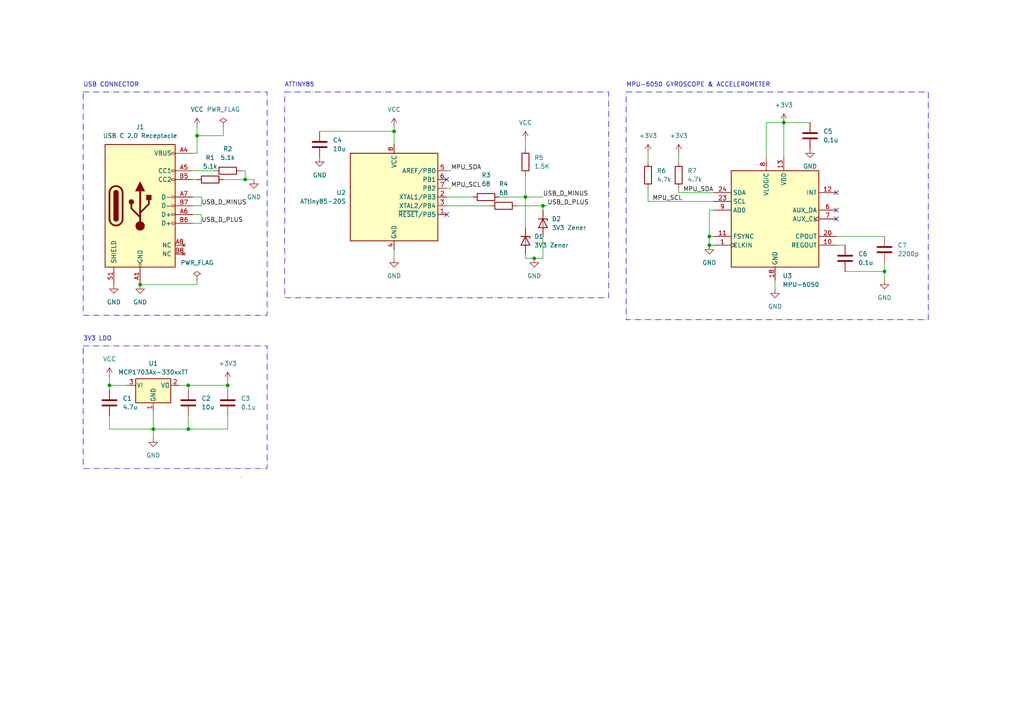
<source format=kicad_sch>
(kicad_sch (version 20231120) (generator "eeschema") (generator_version "8.0")
  (paper "A4")
  (title_block (title "GyroScreen Board") (date "2024-03-17") (rev "2.0") (company "Eric Roy Almonacid") (comment 1 "EPSEM - UPC Manresa") (comment 2 "Enginyeria de Sistemes TIC") (comment 3 "Treball de Fi de Grau"))
  (lib_symbols
    (symbol "Connector:USB_C_Receptacle_USB2.0_14P" (pin_names (offset 1.016))
      (property "Reference" "J1" (at 0 22.86 0))
      (property "Value" "USB C 2.0 Receptacle" (at 0 20.32 0))
      (symbol "USB_C_Receptacle_USB2.0_14P_0_0"
        (rectangle (start -0.254 -17.78) (end 0.254 -16.764))
        (rectangle (start 10.16 -4.826) (end 9.144 -5.334))
        (rectangle (start 10.16 -2.286) (end 9.144 -2.794))
        (rectangle (start 10.16 0.254) (end 9.144 -0.254))
        (rectangle (start 10.16 2.794) (end 9.144 2.286))
        (rectangle (start 10.16 7.874) (end 9.144 7.366))
        (rectangle (start 10.16 10.414) (end 9.144 9.906))
        (rectangle (start 10.16 15.494) (end 9.144 14.986))
      )
      (symbol "USB_C_Receptacle_USB2.0_14P_0_1"
        (rectangle (start -10.16 17.78) (end 10.16 -17.78) (stroke (width 0.254)) (fill (type background)))
        (arc (start -8.89 -3.81) (mid -6.985 -5.7067) (end -5.08 -3.81) (stroke (width 0.508)))
        (arc (start -7.62 -3.81) (mid -6.985 -4.4423) (end -6.35 -3.81) (stroke (width 0.254)))
        (arc (start -7.62 -3.81) (mid -6.985 -4.4423) (end -6.35 -3.81) (stroke (width 0.254)) (fill (type outline)))
        (rectangle (start -7.62 -3.81) (end -6.35 3.81) (stroke (width 0.254)) (fill (type outline)))
        (arc (start -6.35 3.81) (mid -6.985 4.4423) (end -7.62 3.81) (stroke (width 0.254)))
        (arc (start -6.35 3.81) (mid -6.985 4.4423) (end -7.62 3.81) (stroke (width 0.254)) (fill (type outline)))
        (arc (start -5.08 3.81) (mid -6.985 5.7067) (end -8.89 3.81) (stroke (width 0.508)))
        (circle (center -2.54 1.143) (radius 0.635) (stroke (width 0.254)) (fill (type outline)))
        (circle (center 0 -5.842) (radius 1.27) (fill (type outline)))
        (polyline (pts (xy -8.89 -3.81) (xy -8.89 3.81)) (stroke (width 0.508)))
        (polyline (pts (xy -5.08 3.81) (xy -5.08 -3.81)) (stroke (width 0.508)))
        (polyline (pts (xy 0 -5.842) (xy 0 4.318)) (stroke (width 0.508)))
        (polyline (pts (xy 0 -3.302) (xy -2.54 -0.762) (xy -2.54 0.508)) (stroke (width 0.508)))
        (polyline (pts (xy 0 -2.032) (xy 2.54 0.508) (xy 2.54 1.778)) (stroke (width 0.508)))
        (polyline (pts (xy -1.27 4.318) (xy 0 6.858) (xy 1.27 4.318) (xy -1.27 4.318)) (stroke (width 0.254)) (fill (type outline)))
        (rectangle (start 1.905 1.778) (end 3.175 3.048) (stroke (width 0.254)) (fill (type outline)))
      )
      (symbol "USB_C_Receptacle_USB2.0_14P_1_1"
        (pin passive line (at 0 -22.86 90) (length 5.08) (name "GND") (number "A1"))
        (pin passive line (at 0 -22.86 90) (length 5.08) hide (name "GND") (number "A12"))
        (pin passive line (at 15.24 15.24 180) (length 5.08) (name "VBUS") (number "A4"))
        (pin bidirectional line (at 15.24 10.16 180) (length 5.08) (name "CC1") (number "A5"))
        (pin bidirectional line (at 15.24 -2.54 180) (length 5.08) (name "D+") (number "A6"))
        (pin bidirectional line (at 15.24 2.54 180) (length 5.08) (name "D-") (number "A7"))
        (pin no_connect line (at 12.7 -11.43 180) (length 2.54) (name "NC") (number "A8"))
        (pin passive line (at 15.24 15.24 180) (length 5.08) hide (name "VBUS") (number "A9"))
        (pin passive line (at 0 -22.86 90) (length 5.08) hide (name "GND") (number "B1"))
        (pin passive line (at 0 -22.86 90) (length 5.08) hide (name "GND") (number "B12"))
        (pin passive line (at 15.24 15.24 180) (length 5.08) hide (name "VBUS") (number "B4"))
        (pin bidirectional line (at 15.24 7.62 180) (length 5.08) (name "CC2") (number "B5"))
        (pin bidirectional line (at 15.24 -5.08 180) (length 5.08) (name "D+") (number "B6"))
        (pin bidirectional line (at 15.24 0 180) (length 5.08) (name "D-") (number "B7"))
        (pin no_connect line (at 12.7 -13.97 180) (length 2.54) (name "NC") (number "B8"))
        (pin passive line (at 15.24 15.24 180) (length 5.08) hide (name "VBUS") (number "B9"))
        (pin passive line (at -7.62 -22.86 90) (length 5.08) (name "SHIELD") (number "S1"))
      )
    )
    (symbol "Device:C" (pin_numbers hide) (pin_names (offset 0.254))
      (property "Reference" "C" (at 0.635 2.54 0))
      (property "Value" "C" (at 0.635 -2.54 0))
      (symbol "C_0_1"
        (polyline (pts (xy -2.032 -0.762) (xy 2.032 -0.762)) (stroke (width 0.508)))
        (polyline (pts (xy -2.032 0.762) (xy 2.032 0.762)) (stroke (width 0.508)))
      )
      (symbol "C_1_1"
        (pin passive line (at 0 3.81 270) (length 2.794) (name "~") (number "1"))
        (pin passive line (at 0 -3.81 90) (length 2.794) (name "~") (number "2"))
      )
    )
    (symbol "Device:D_Zener" (pin_numbers hide) (pin_names (offset 1.016) hide)
      (property "Reference" "D" (at 0 2.54 0))
      (property "Value" "D_Zener" (at 0 -2.54 0))
      (symbol "D_Zener_0_1"
        (polyline (pts (xy 1.27 0) (xy -1.27 0)))
        (polyline (pts (xy -1.27 -1.27) (xy -1.27 1.27) (xy -0.762 1.27)) (stroke (width 0.254)))
        (polyline (pts (xy 1.27 -1.27) (xy 1.27 1.27) (xy -1.27 0) (xy 1.27 -1.27)) (stroke (width 0.254)))
      )
      (symbol "D_Zener_1_1"
        (pin passive line (at -3.81 0 0) (length 2.54) (name "K") (number "1"))
        (pin passive line (at 3.81 0 180) (length 2.54) (name "A") (number "2"))
      )
    )
    (symbol "Device:R" (pin_numbers hide) (pin_names (offset 0))
      (property "Reference" "R" (at 2.032 0 90))
      (property "Value" "R" (at 0 0 90))
      (symbol "R_0_1"
        (rectangle (start -1.016 -2.54) (end 1.016 2.54) (stroke (width 0.254)))
      )
      (symbol "R_1_1"
        (pin passive line (at 0 3.81 270) (length 1.27) (name "~") (number "1"))
        (pin passive line (at 0 -3.81 90) (length 1.27) (name "~") (number "2"))
      )
    )
    (symbol "MCU_Microchip_ATtiny:ATtiny85-20S"
      (property "Reference" "U" (at -12.7 13.97 0))
      (property "Value" "ATtiny85-20S" (at 2.54 -13.97 0))
      (symbol "ATtiny85-20S_0_1"
        (rectangle (start -12.7 -12.7) (end 12.7 12.7) (stroke (width 0.254)) (fill (type background)))
      )
      (symbol "ATtiny85-20S_1_1"
        (pin bidirectional line (at 15.24 -5.08 180) (length 2.54) (name "~{RESET}/PB5") (number "1"))
        (pin bidirectional line (at 15.24 0 180) (length 2.54) (name "XTAL1/PB3") (number "2"))
        (pin bidirectional line (at 15.24 -2.54 180) (length 2.54) (name "XTAL2/PB4") (number "3"))
        (pin power_in line (at 0 -15.24 90) (length 2.54) (name "GND") (number "4"))
        (pin bidirectional line (at 15.24 7.62 180) (length 2.54) (name "AREF/PB0") (number "5"))
        (pin bidirectional line (at 15.24 5.08 180) (length 2.54) (name "PB1") (number "6"))
        (pin bidirectional line (at 15.24 2.54 180) (length 2.54) (name "PB2") (number "7"))
        (pin power_in line (at 0 15.24 270) (length 2.54) (name "VCC") (number "8"))
      )
    )
    (symbol "Regulator_Linear:MCP1703Ax-330xxTT" (pin_names (offset 0.254))
      (property "Reference" "U" (at -3.81 3.175 0))
      (property "Value" "MCP1703Ax-330xxTT" (at 0 3.175 0))
      (symbol "MCP1703Ax-330xxTT_0_1"
        (rectangle (start -5.08 -5.08) (end 5.08 1.905) (stroke (width 0.254)) (fill (type background)))
      )
      (symbol "MCP1703Ax-330xxTT_1_1"
        (pin power_in line (at 0 -7.62 90) (length 2.54) (name "GND") (number "1"))
        (pin power_out line (at 7.62 0 180) (length 2.54) (name "VO") (number "2"))
        (pin power_in line (at -7.62 0 0) (length 2.54) (name "VI") (number "3"))
      )
    )
    (symbol "Sensor_Motion:MPU-6050"
      (property "Reference" "U" (at -11.43 13.97 0))
      (property "Value" "MPU-6050" (at 7.62 -15.24 0))
      (symbol "MPU-6050_0_0"
        (text "" (at 12.7 -2.54 0) (effects (font (size 1.27 1.27))))
      )
      (symbol "MPU-6050_0_1"
        (rectangle (start -12.7 13.97) (end 12.7 -13.97) (stroke (width 0.254)) (fill (type background)))
      )
      (symbol "MPU-6050_1_1"
        (pin input clock (at -17.78 -7.62 0) (length 5.08) (name "CLKIN") (number "1"))
        (pin passive line (at 17.78 -7.62 180) (length 5.08) (name "REGOUT") (number "10"))
        (pin input line (at -17.78 -5.08 0) (length 5.08) (name "FSYNC") (number "11"))
        (pin output line (at 17.78 7.62 180) (length 5.08) (name "INT") (number "12"))
        (pin power_in line (at 2.54 17.78 270) (length 3.81) (name "VDD") (number "13"))
        (pin no_connect line (at -12.7 -10.16 0) (length 2.54) hide (name "NC") (number "14"))
        (pin no_connect line (at 12.7 12.7 180) (length 2.54) hide (name "NC") (number "15"))
        (pin no_connect line (at 12.7 10.16 180) (length 2.54) hide (name "NC") (number "16"))
        (pin no_connect line (at 12.7 5.08 180) (length 2.54) hide (name "NC") (number "17"))
        (pin power_in line (at 0 -17.78 90) (length 3.81) (name "GND") (number "18"))
        (pin no_connect line (at 12.7 -10.16 180) (length 2.54) hide (name "RESV") (number "19"))
        (pin no_connect line (at -12.7 12.7 0) (length 2.54) hide (name "NC") (number "2"))
        (pin passive line (at 17.78 -5.08 180) (length 5.08) (name "CPOUT") (number "20"))
        (pin no_connect line (at 12.7 -2.54 180) (length 2.54) hide (name "RESV") (number "21"))
        (pin no_connect line (at 12.7 -12.7 180) (length 2.54) hide (name "RESV") (number "22"))
        (pin input line (at -17.78 5.08 0) (length 5.08) (name "SCL") (number "23"))
        (pin bidirectional line (at -17.78 7.62 0) (length 5.08) (name "SDA") (number "24"))
        (pin no_connect line (at -12.7 10.16 0) (length 2.54) hide (name "NC") (number "3"))
        (pin no_connect line (at -12.7 0 0) (length 2.54) hide (name "NC") (number "4"))
        (pin no_connect line (at -12.7 -2.54 0) (length 2.54) hide (name "NC") (number "5"))
        (pin bidirectional line (at 17.78 2.54 180) (length 5.08) (name "AUX_DA") (number "6"))
        (pin output clock (at 17.78 0 180) (length 5.08) (name "AUX_CL") (number "7"))
        (pin power_in line (at -2.54 17.78 270) (length 3.81) (name "VLOGIC") (number "8"))
        (pin input line (at -17.78 2.54 0) (length 5.08) (name "AD0") (number "9"))
      )
    )
    (symbol "power:+3V3" (power) (pin_names (offset 0))
      (property "Value" "+3V3" (at 0 3.556 0))
      (symbol "+3V3_0_1"
        (polyline (pts (xy -0.762 1.27) (xy 0 2.54)))
        (polyline (pts (xy 0 0) (xy 0 2.54)))
        (polyline (pts (xy 0 2.54) (xy 0.762 1.27)))
      )
      (symbol "+3V3_1_1"
        (pin power_in line (at 0 0 90) (length 0) hide (name "+3V3") (number "1"))
      )
    )
    (symbol "power:GND" (power) (pin_names (offset 0))
      (property "Value" "GND" (at 0 -3.81 0))
      (symbol "GND_0_1"
        (polyline (pts (xy 0 0) (xy 0 -1.27) (xy 1.27 -1.27) (xy 0 -2.54) (xy -1.27 -1.27) (xy 0 -1.27)))
      )
      (symbol "GND_1_1"
        (pin power_in line (at 0 0 270) (length 0) hide (name "GND") (number "1"))
      )
    )
    (symbol "power:PWR_FLAG" (power) (pin_numbers hide) (pin_names (offset 0) hide)
      (property "Value" "PWR_FLAG" (at 0 3.81 0))
      (symbol "PWR_FLAG_0_0"
        (pin power_out line (at 0 0 90) (length 0) (name "pwr") (number "1"))
      )
      (symbol "PWR_FLAG_0_1"
        (polyline (pts (xy 0 0) (xy 0 1.27) (xy -1.016 1.905) (xy 0 2.54) (xy 1.016 1.905) (xy 0 1.27)))
      )
    )
    (symbol "power:VCC" (power) (pin_names (offset 0))
      (property "Value" "VCC" (at 0 3.81 0))
      (symbol "VCC_0_1"
        (polyline (pts (xy -0.762 1.27) (xy 0 2.54)))
        (polyline (pts (xy 0 0) (xy 0 2.54)))
        (polyline (pts (xy 0 2.54) (xy 0.762 1.27)))
      )
      (symbol "VCC_1_1"
        (pin power_in line (at 0 0 90) (length 0) hide (name "VCC") (number "1"))
      )
    )
  )
  (junction (at 205.74 71.12))
  (junction (at 157.48 59.69))
  (junction (at 66.04 111.76))
  (junction (at 57.15 39.37))
  (junction (at 205.74 68.58))
  (junction (at 154.94 74.93))
  (junction (at 152.4 57.15))
  (junction (at 114.3 38.1))
  (junction (at 31.75 111.76))
  (junction (at 44.45 124.46))
  (junction (at 227.33 35.56))
  (junction (at 54.61 111.76))
  (junction (at 256.54 78.74))
  (junction (at 71.12 52.07))
  (junction (at 40.64 82.55))
  (junction (at 54.61 124.46))
  (no_connect (at 242.57 55.88))
  (no_connect (at 129.54 62.23))
  (no_connect (at 242.57 63.5))
  (no_connect (at 242.57 60.96))
  (no_connect (at 129.54 52.07))
  (wire (pts (xy 58.42 64.77) (xy 58.42 62.23)))
  (wire (pts (xy 205.74 71.12) (xy 205.74 68.58)))
  (wire (pts (xy 144.78 57.15) (xy 152.4 57.15)))
  (wire (pts (xy 187.96 58.42) (xy 187.96 54.61)))
  (wire (pts (xy 55.88 57.15) (xy 58.42 57.15)))
  (wire (pts (xy 52.07 111.76) (xy 54.61 111.76)))
  (wire (pts (xy 149.86 59.69) (xy 157.48 59.69)))
  (wire (pts (xy 66.04 111.76) (xy 66.04 113.03)))
  (wire (pts (xy 57.15 81.28) (xy 57.15 82.55)))
  (wire (pts (xy 55.88 62.23) (xy 58.42 62.23)))
  (wire (pts (xy 157.48 59.69) (xy 157.48 60.96)))
  (wire (pts (xy 31.75 111.76) (xy 36.83 111.76)))
  (wire (pts (xy 129.54 57.15) (xy 137.16 57.15)))
  (wire (pts (xy 152.4 73.66) (xy 152.4 74.93)))
  (wire (pts (xy 205.74 71.12) (xy 207.01 71.12)))
  (wire (pts (xy 152.4 50.8) (xy 152.4 57.15)))
  (wire (pts (xy 57.15 39.37) (xy 57.15 44.45)))
  (wire (pts (xy 55.88 52.07) (xy 57.15 52.07)))
  (wire (pts (xy 207.01 58.42) (xy 187.96 58.42)))
  (wire (pts (xy 55.88 59.69) (xy 58.42 59.69)))
  (wire (pts (xy 256.54 81.28) (xy 256.54 78.74)))
  (wire (pts (xy 73.66 52.07) (xy 71.12 52.07)))
  (wire (pts (xy 187.96 44.45) (xy 187.96 46.99)))
  (wire (pts (xy 205.74 68.58) (xy 207.01 68.58)))
  (wire (pts (xy 54.61 124.46) (xy 66.04 124.46)))
  (wire (pts (xy 242.57 68.58) (xy 256.54 68.58)))
  (wire (pts (xy 44.45 119.38) (xy 44.45 124.46)))
  (wire (pts (xy 114.3 72.39) (xy 114.3 74.93)))
  (wire (pts (xy 157.48 68.58) (xy 157.48 74.93)))
  (wire (pts (xy 66.04 120.65) (xy 66.04 124.46)))
  (wire (pts (xy 129.54 49.53) (xy 130.81 49.53)))
  (wire (pts (xy 64.77 36.83) (xy 64.77 39.37)))
  (wire (pts (xy 157.48 59.69) (xy 158.75 59.69)))
  (wire (pts (xy 196.85 44.45) (xy 196.85 46.99)))
  (wire (pts (xy 242.57 71.12) (xy 245.11 71.12)))
  (wire (pts (xy 129.54 54.61) (xy 130.81 54.61)))
  (wire (pts (xy 222.25 35.56) (xy 227.33 35.56)))
  (wire (pts (xy 54.61 111.76) (xy 66.04 111.76)))
  (wire (pts (xy 54.61 111.76) (xy 54.61 113.03)))
  (wire (pts (xy 31.75 120.65) (xy 31.75 124.46)))
  (wire (pts (xy 55.88 64.77) (xy 58.42 64.77)))
  (wire (pts (xy 31.75 113.03) (xy 31.75 111.76)))
  (wire (pts (xy 152.4 57.15) (xy 152.4 66.04)))
  (wire (pts (xy 205.74 68.58) (xy 205.74 60.96)))
  (wire (pts (xy 207.01 55.88) (xy 196.85 55.88)))
  (wire (pts (xy 114.3 36.83) (xy 114.3 38.1)))
  (wire (pts (xy 245.11 78.74) (xy 256.54 78.74)))
  (wire (pts (xy 58.42 59.69) (xy 58.42 57.15)))
  (wire (pts (xy 54.61 120.65) (xy 54.61 124.46)))
  (wire (pts (xy 205.74 60.96) (xy 207.01 60.96)))
  (wire (pts (xy 55.88 49.53) (xy 62.23 49.53)))
  (wire (pts (xy 64.77 52.07) (xy 71.12 52.07)))
  (wire (pts (xy 31.75 124.46) (xy 44.45 124.46)))
  (wire (pts (xy 152.4 40.64) (xy 152.4 43.18)))
  (wire (pts (xy 66.04 110.49) (xy 66.04 111.76)))
  (wire (pts (xy 44.45 124.46) (xy 54.61 124.46)))
  (wire (pts (xy 69.85 49.53) (xy 71.12 49.53)))
  (wire (pts (xy 227.33 45.72) (xy 227.33 35.56)))
  (wire (pts (xy 114.3 38.1) (xy 114.3 41.91)))
  (wire (pts (xy 196.85 55.88) (xy 196.85 54.61)))
  (wire (pts (xy 57.15 36.83) (xy 57.15 39.37)))
  (wire (pts (xy 44.45 124.46) (xy 44.45 127)))
  (wire (pts (xy 64.77 39.37) (xy 57.15 39.37)))
  (wire (pts (xy 114.3 38.1) (xy 92.71 38.1)))
  (wire (pts (xy 57.15 82.55) (xy 40.64 82.55)))
  (wire (pts (xy 227.33 35.56) (xy 234.95 35.56)))
  (wire (pts (xy 152.4 74.93) (xy 154.94 74.93)))
  (wire (pts (xy 71.12 49.53) (xy 71.12 52.07)))
  (wire (pts (xy 31.75 109.22) (xy 31.75 111.76)))
  (wire (pts (xy 222.25 45.72) (xy 222.25 35.56)))
  (wire (pts (xy 152.4 57.15) (xy 157.48 57.15)))
  (wire (pts (xy 256.54 78.74) (xy 256.54 76.2)))
  (wire (pts (xy 157.48 74.93) (xy 154.94 74.93)))
  (wire (pts (xy 224.79 81.28) (xy 224.79 83.82)))
  (wire (pts (xy 57.15 44.45) (xy 55.88 44.45)))
  (wire (pts (xy 129.54 59.69) (xy 142.24 59.69)))
  (rectangle (start 82.55 26.67) (end 176.53 86.36) (stroke (width 0) (type dash_dot)))
  (rectangle (start 24.13 26.67) (end 77.47 91.44) (stroke (width 0) (type dash_dot)))
  (rectangle (start 24.13 100.33) (end 77.47 135.89) (stroke (width 0) (type dash_dot)))
  (rectangle (start 69.85 138.43) (end 69.85 138.43))
  (rectangle (start 181.61 26.67) (end 269.24 92.71) (stroke (width 0) (type dash_dot)))
  (text "MPU-6050 GYROSCOPE & ACCELEROMETER" (at 181.61 25.4 0) (effects (font (size 1.27 1.27)) (justify left bottom)))
  (text "USB CONNECTOR" (at 24.13 25.4 0) (effects (font (size 1.27 1.27)) (justify left bottom)))
  (text "ATTINY85" (at 82.55 25.4 0) (effects (font (size 1.27 1.27)) (justify left bottom)))
  (text "3V3 LDO" (at 24.13 99.06 0) (effects (font (size 1.27 1.27)) (justify left bottom)))
  (label "USB_D_MINUS" (at 58.42 59.69 0))
  (label "MPU_SCL" (at 189.23 58.42 0))
  (label "USB_D_PLUS" (at 158.75 59.69 0))
  (label "MPU_SDA" (at 198.12 55.88 0))
  (label "USB_D_MINUS" (at 157.48 57.15 0))
  (label "MPU_SCL" (at 130.81 54.61 0))
  (label "USB_D_PLUS" (at 58.42 64.77 0))
  (label "MPU_SDA" (at 130.81 49.53 0))
  (symbol (lib_id "Device:D_Zener") (at 157.48 64.77 270) (unit 1)
    (property "Reference" "D2" (at 160.02 63.4999 90) (effects (justify left)))
    (property "Value" "3V3 Zener" (at 160.02 66.0399 90) (effects (justify left)))
    (property "Footprint" "Diode_SMD:D_SOD-123F" (effects (hide yes)))
    (property "Description" "Zener diode" (effects (hide yes)))
  )
  (symbol (lib_id "Device:R") (at 146.05 59.69 90) (unit 1)
    (property "Reference" "R4" (at 146.05 53.34 90))
    (property "Value" "68" (at 146.05 55.88 90))
    (property "Footprint" "Resistor_SMD:R_0805_2012Metric_Pad1.20x1.40mm_HandSolder" (effects (hide yes)))
  )
  (symbol (lib_id "Device:C") (at 31.75 116.84 0) (unit 1)
    (property "Reference" "C1" (at 35.56 115.57 0) (effects (justify left)))
    (property "Value" "4.7u" (at 35.56 118.11 0) (effects (justify left)))
    (property "Footprint" "Capacitor_SMD:C_0805_2012Metric_Pad1.18x1.45mm_HandSolder" (effects (hide yes)))
  )
  (symbol (lib_id "Device:R") (at 196.85 50.8 0) (unit 1)
    (property "Reference" "R7" (at 199.39 49.53 0) (effects (justify left)))
    (property "Value" "4.7k" (at 199.39 52.07 0) (effects (justify left)))
    (property "Footprint" "Resistor_SMD:R_0805_2012Metric_Pad1.20x1.40mm_HandSolder" (effects (hide yes)))
  )
  (symbol (lib_id "power:GND") (at 205.74 71.12 0) (unit 1)
    (property "Reference" "#PWR015" (effects (hide yes)))
    (property "Value" "GND" (at 205.74 76.2 0))
  )
  (symbol (lib_id "Device:C") (at 234.95 39.37 0) (unit 1)
    (property "Reference" "C5" (at 238.76 38.1 0) (effects (justify left)))
    (property "Value" "0.1u" (at 238.76 40.64 0) (effects (justify left)))
    (property "Footprint" "Capacitor_SMD:C_0805_2012Metric_Pad1.18x1.45mm_HandSolder" (effects (hide yes)))
  )
  (symbol (lib_id "power:VCC") (at 152.4 40.64 0) (unit 1)
    (property "Reference" "#PWR011" (effects (hide yes)))
    (property "Value" "VCC" (at 152.4 35.56 0))
  )
  (symbol (lib_id "power:+3V3") (at 187.96 44.45 0) (unit 1)
    (property "Reference" "#PWR013" (effects (hide yes)))
    (property "Value" "+3V3" (at 187.96 39.37 0))
  )
  (symbol (lib_id "power:GND") (at 256.54 81.28 0) (unit 1)
    (property "Reference" "#PWR019" (effects (hide yes)))
    (property "Value" "GND" (at 256.54 86.36 0))
  )
  (symbol (lib_id "power:GND") (at 73.66 52.07 0) (unit 1)
    (property "Reference" "#PWR07" (effects (hide yes)))
    (property "Value" "GND" (at 73.66 57.15 0))
  )
  (symbol (lib_id "Device:R") (at 187.96 50.8 0) (unit 1)
    (property "Reference" "R6" (at 190.5 49.53 0) (effects (justify left)))
    (property "Value" "4.7k" (at 190.5 52.07 0) (effects (justify left)))
    (property "Footprint" "Resistor_SMD:R_0805_2012Metric_Pad1.20x1.40mm_HandSolder" (effects (hide yes)))
  )
  (symbol (lib_id "power:GND") (at 224.79 83.82 0) (unit 1)
    (property "Reference" "#PWR016" (effects (hide yes)))
    (property "Value" "GND" (at 224.79 88.9 0))
  )
  (symbol (lib_id "Device:C") (at 54.61 116.84 0) (unit 1)
    (property "Reference" "C2" (at 58.42 115.57 0) (effects (justify left)))
    (property "Value" "10u" (at 58.42 118.11 0) (effects (justify left)))
    (property "Footprint" "Capacitor_SMD:C_0805_2012Metric_Pad1.18x1.45mm_HandSolder" (effects (hide yes)))
  )
  (symbol (lib_id "MCU_Microchip_ATtiny:ATtiny85-20S") (at 114.3 57.15 0) (unit 1)
    (property "Reference" "U2" (at 100.33 55.8799 0) (effects (justify right)))
    (property "Value" "ATtiny85-20S" (at 100.33 58.4199 0) (effects (justify right)))
    (property "Footprint" "Package_SO:SOIC-8W_5.3x5.3mm_P1.27mm" (effects (hide yes)))
    (property "Datasheet" "http://ww1.microchip.com/downloads/en/DeviceDoc/atmel-2586-avr-8-bit-microcontroller-attiny25-attiny45-attiny85_datasheet.pdf" (effects (hide yes)))
    (property "Description" "20MHz, 8kB Flash, 512B SRAM, 512B EEPROM, debugWIRE, SOIC-8W" (effects (hide yes)))
  )
  (symbol (lib_id "power:VCC") (at 114.3 36.83 0) (unit 1)
    (property "Reference" "#PWR09" (effects (hide yes)))
    (property "Value" "VCC" (at 114.3 31.75 0))
  )
  (symbol (lib_id "power:GND") (at 154.94 74.93 0) (unit 1)
    (property "Reference" "#PWR012" (effects (hide yes)))
    (property "Value" "GND" (at 154.94 80.01 0))
  )
  (symbol (lib_id "Device:R") (at 66.04 49.53 90) (unit 1)
    (property "Reference" "R2" (at 66.04 43.18 90))
    (property "Value" "5.1k" (at 66.04 45.72 90))
    (property "Footprint" "Resistor_SMD:R_0805_2012Metric_Pad1.20x1.40mm_HandSolder" (effects (hide yes)))
  )
  (symbol (lib_id "power:GND") (at 40.64 82.55 0) (unit 1)
    (property "Reference" "#PWR03" (effects (hide yes)))
    (property "Value" "GND" (at 40.64 87.63 0))
  )
  (symbol (lib_id "power:GND") (at 92.71 45.72 0) (unit 1)
    (property "Reference" "#PWR08" (effects (hide yes)))
    (property "Value" "GND" (at 92.71 50.8 0))
  )
  (symbol (lib_id "Device:C") (at 92.71 41.91 0) (unit 1)
    (property "Reference" "C4" (at 96.52 40.64 0) (effects (justify left)))
    (property "Value" "10u" (at 96.52 43.18 0) (effects (justify left)))
    (property "Footprint" "Capacitor_SMD:C_0805_2012Metric_Pad1.18x1.45mm_HandSolder" (effects (hide yes)))
  )
  (symbol (lib_id "power:GND") (at 114.3 74.93 0) (unit 1)
    (property "Reference" "#PWR010" (effects (hide yes)))
    (property "Value" "GND" (at 114.3 80.01 0))
  )
  (symbol (lib_id "power:GND") (at 234.95 43.18 0) (unit 1)
    (property "Reference" "#PWR018" (effects (hide yes)))
    (property "Value" "GND" (at 234.95 48.26 0))
  )
  (symbol (lib_id "Regulator_Linear:MCP1703Ax-330xxTT") (at 44.45 111.76 0) (unit 1)
    (property "Reference" "U1" (at 44.45 105.41 0))
    (property "Value" "MCP1703Ax-330xxTT" (at 44.45 107.95 0))
    (property "Footprint" "Package_TO_SOT_SMD:SOT-23" (effects (hide yes)))
    (property "Datasheet" "http://ww1.microchip.com/downloads/en/DeviceDoc/20005122B.pdf" (effects (hide yes)))
  )
  (symbol (lib_id "Device:R") (at 140.97 57.15 90) (unit 1)
    (property "Reference" "R3" (at 140.97 50.8 90))
    (property "Value" "68" (at 140.97 53.34 90))
    (property "Footprint" "Resistor_SMD:R_0805_2012Metric_Pad1.20x1.40mm_HandSolder" (effects (hide yes)))
  )
  (symbol (lib_id "Sensor_Motion:MPU-6050") (at 224.79 63.5 0) (unit 1)
    (property "Reference" "U3" (at 226.9841 80.01 0) (effects (justify left)))
    (property "Value" "MPU-6050" (at 226.9841 82.55 0) (effects (justify left)))
    (property "Footprint" "Sensor_Motion:InvenSense_QFN-24_4x4mm_P0.5mm" (effects (hide yes)))
    (property "Datasheet" "https://invensense.tdk.com/wp-content/uploads/2015/02/MPU-6000-Datasheet1.pdf" (effects (hide yes)))
  )
  (symbol (lib_id "power:+3V3") (at 227.33 35.56 0) (unit 1)
    (property "Reference" "#PWR017" (effects (hide yes)))
    (property "Value" "+3V3" (at 227.33 30.48 0))
  )
  (symbol (lib_id "power:VCC") (at 31.75 109.22 0) (unit 1)
    (property "Reference" "#PWR01" (effects (hide yes)))
    (property "Value" "VCC" (at 31.75 104.14 0))
  )
  (symbol (lib_id "power:VCC") (at 57.15 36.83 0) (unit 1)
    (property "Reference" "#PWR05" (effects (hide yes)))
    (property "Value" "VCC" (at 57.15 31.75 0))
  )
  (symbol (lib_id "power:PWR_FLAG") (at 57.15 81.28 0) (unit 1)
    (property "Reference" "#FLG01" (effects (hide yes)))
    (property "Value" "PWR_FLAG" (at 57.15 76.2 0))
  )
  (symbol (lib_id "power:PWR_FLAG") (at 64.77 36.83 0) (unit 1)
    (property "Reference" "#FLG02" (effects (hide yes)))
    (property "Value" "PWR_FLAG" (at 64.77 31.75 0))
  )
  (symbol (lib_id "Device:C") (at 66.04 116.84 0) (unit 1)
    (property "Reference" "C3" (at 69.85 115.57 0) (effects (justify left)))
    (property "Value" "0.1u" (at 69.85 118.11 0) (effects (justify left)))
    (property "Footprint" "Capacitor_SMD:C_0805_2012Metric_Pad1.18x1.45mm_HandSolder" (effects (hide yes)))
  )
  (symbol (lib_id "Device:C") (at 245.11 74.93 0) (unit 1)
    (property "Reference" "C6" (at 248.92 73.66 0) (effects (justify left)))
    (property "Value" "0.1u" (at 248.92 76.2 0) (effects (justify left)))
    (property "Footprint" "Capacitor_SMD:C_0805_2012Metric_Pad1.18x1.45mm_HandSolder" (effects (hide yes)))
  )
  (symbol (lib_id "power:+3V3") (at 66.04 110.49 0) (unit 1)
    (property "Reference" "#PWR06" (effects (hide yes)))
    (property "Value" "+3V3" (at 66.04 105.41 0))
  )
  (symbol (lib_id "power:GND") (at 44.45 127 0) (unit 1)
    (property "Reference" "#PWR04" (effects (hide yes)))
    (property "Value" "GND" (at 44.45 132.08 0))
  )
  (symbol (lib_id "Device:R") (at 60.96 52.07 90) (unit 1)
    (property "Reference" "R1" (at 60.96 45.72 90))
    (property "Value" "5.1k" (at 60.96 48.26 90))
    (property "Footprint" "Resistor_SMD:R_0805_2012Metric_Pad1.20x1.40mm_HandSolder" (effects (hide yes)))
  )
  (symbol (lib_id "power:GND") (at 33.02 82.55 0) (unit 1)
    (property "Reference" "#PWR02" (effects (hide yes)))
    (property "Value" "GND" (at 33.02 87.63 0))
  )
  (symbol (lib_id "Device:C") (at 256.54 72.39 0) (unit 1)
    (property "Reference" "C7" (at 260.35 71.12 0) (effects (justify left)))
    (property "Value" "2200p" (at 260.35 73.66 0) (effects (justify left)))
    (property "Footprint" "Capacitor_SMD:C_0805_2012Metric_Pad1.18x1.45mm_HandSolder" (effects (hide yes)))
  )
  (symbol (lib_id "power:+3V3") (at 196.85 44.45 0) (unit 1)
    (property "Reference" "#PWR014" (effects (hide yes)))
    (property "Value" "+3V3" (at 196.85 39.37 0))
  )
  (symbol (lib_id "Device:R") (at 152.4 46.99 0) (unit 1)
    (property "Reference" "R5" (at 154.94 45.7199 0) (effects (justify left)))
    (property "Value" "1.5K" (at 154.94 48.2599 0) (effects (justify left)))
    (property "Footprint" "Resistor_SMD:R_0805_2012Metric_Pad1.20x1.40mm_HandSolder" (effects (hide yes)))
    (property "Description" "Resistor" (effects (hide yes)))
  )
  (symbol (lib_id "Connector:USB_C_Receptacle_USB2.0_14P") (at 40.64 59.69 0) (unit 1)
    (property "Reference" "J1" (at 40.64 36.83 0))
    (property "Value" "USB C 2.0 Receptacle" (at 40.64 39.37 0))
    (property "Footprint" "Connector_USB:USB_C_Receptacle_G-Switch_GT-USB-7010ASV" (effects (hide yes)))
    (property "Datasheet" "https://www.usb.org/sites/default/files/documents/usb_type-c.zip" (effects (hide yes)))
  )
  (symbol (lib_id "Device:D_Zener") (at 152.4 69.85 270) (unit 1)
    (property "Reference" "D1" (at 154.94 68.5799 90) (effects (justify left)))
    (property "Value" "3V3 Zener" (at 154.94 71.1199 90) (effects (justify left)))
    (property "Footprint" "Diode_SMD:D_SOD-123F" (effects (hide yes)))
    (property "Description" "Zener diode" (effects (hide yes)))
  )
)
</source>
